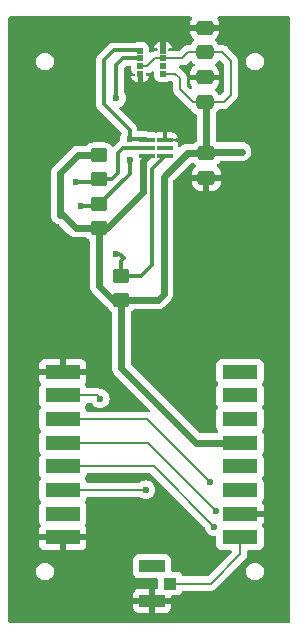
<source format=gbr>
%TF.GenerationSoftware,KiCad,Pcbnew,8.0.1*%
%TF.CreationDate,2024-03-27T22:20:37-06:00*%
%TF.ProjectId,weather-station-receiver,77656174-6865-4722-9d73-746174696f6e,rev?*%
%TF.SameCoordinates,Original*%
%TF.FileFunction,Copper,L1,Top*%
%TF.FilePolarity,Positive*%
%FSLAX46Y46*%
G04 Gerber Fmt 4.6, Leading zero omitted, Abs format (unit mm)*
G04 Created by KiCad (PCBNEW 8.0.1) date 2024-03-27 22:20:37*
%MOMM*%
%LPD*%
G01*
G04 APERTURE LIST*
G04 Aperture macros list*
%AMRoundRect*
0 Rectangle with rounded corners*
0 $1 Rounding radius*
0 $2 $3 $4 $5 $6 $7 $8 $9 X,Y pos of 4 corners*
0 Add a 4 corners polygon primitive as box body*
4,1,4,$2,$3,$4,$5,$6,$7,$8,$9,$2,$3,0*
0 Add four circle primitives for the rounded corners*
1,1,$1+$1,$2,$3*
1,1,$1+$1,$4,$5*
1,1,$1+$1,$6,$7*
1,1,$1+$1,$8,$9*
0 Add four rect primitives between the rounded corners*
20,1,$1+$1,$2,$3,$4,$5,0*
20,1,$1+$1,$4,$5,$6,$7,0*
20,1,$1+$1,$6,$7,$8,$9,0*
20,1,$1+$1,$8,$9,$2,$3,0*%
G04 Aperture macros list end*
%TA.AperFunction,SMDPad,CuDef*%
%ADD10RoundRect,0.250000X0.450000X-0.350000X0.450000X0.350000X-0.450000X0.350000X-0.450000X-0.350000X0*%
%TD*%
%TA.AperFunction,SMDPad,CuDef*%
%ADD11RoundRect,0.250000X-0.450000X0.350000X-0.450000X-0.350000X0.450000X-0.350000X0.450000X0.350000X0*%
%TD*%
%TA.AperFunction,SMDPad,CuDef*%
%ADD12RoundRect,0.250000X0.475000X-0.337500X0.475000X0.337500X-0.475000X0.337500X-0.475000X-0.337500X0*%
%TD*%
%TA.AperFunction,SMDPad,CuDef*%
%ADD13RoundRect,0.250000X-0.475000X0.337500X-0.475000X-0.337500X0.475000X-0.337500X0.475000X0.337500X0*%
%TD*%
%TA.AperFunction,SMDPad,CuDef*%
%ADD14R,3.000000X1.200000*%
%TD*%
%TA.AperFunction,SMDPad,CuDef*%
%ADD15RoundRect,0.025600X-0.594400X-0.134400X0.594400X-0.134400X0.594400X0.134400X-0.594400X0.134400X0*%
%TD*%
%TA.AperFunction,SMDPad,CuDef*%
%ADD16RoundRect,0.027000X0.218000X0.198000X-0.218000X0.198000X-0.218000X-0.198000X0.218000X-0.198000X0*%
%TD*%
%TA.AperFunction,SMDPad,CuDef*%
%ADD17R,1.050000X1.000000*%
%TD*%
%TA.AperFunction,SMDPad,CuDef*%
%ADD18R,2.200000X1.050000*%
%TD*%
%TA.AperFunction,ViaPad*%
%ADD19C,0.600000*%
%TD*%
%TA.AperFunction,Conductor*%
%ADD20C,0.200000*%
%TD*%
%TA.AperFunction,Conductor*%
%ADD21C,0.600000*%
%TD*%
%TA.AperFunction,Conductor*%
%ADD22C,0.300000*%
%TD*%
G04 APERTURE END LIST*
D10*
%TO.P,R3,1*%
%TO.N,+3.3V*%
X157429200Y-94437200D03*
%TO.P,R3,2*%
%TO.N,/APDS_INTR*%
X157429200Y-92437200D03*
%TD*%
%TO.P,R2,1*%
%TO.N,+3.3V*%
X155549600Y-88360000D03*
%TO.P,R2,2*%
%TO.N,/I2C0_SCL*%
X155549600Y-86360000D03*
%TD*%
D11*
%TO.P,R1,1*%
%TO.N,+3.3V*%
X155549600Y-82226400D03*
%TO.P,R1,2*%
%TO.N,/I2C0_SDA*%
X155549600Y-84226400D03*
%TD*%
D12*
%TO.P,C3,1*%
%TO.N,+3.3V*%
X164490400Y-77694700D03*
%TO.P,C3,2*%
%TO.N,GND*%
X164490400Y-75619700D03*
%TD*%
D13*
%TO.P,C2,1*%
%TO.N,+3.3V*%
X164642800Y-82049800D03*
%TO.P,C2,2*%
%TO.N,GND*%
X164642800Y-84124800D03*
%TD*%
D12*
%TO.P,C1,1*%
%TO.N,+3.3V*%
X164490400Y-73478300D03*
%TO.P,C1,2*%
%TO.N,GND*%
X164490400Y-71403300D03*
%TD*%
D14*
%TO.P,U1,1,GND*%
%TO.N,GND*%
X152491000Y-100543600D03*
%TO.P,U1,2,MISO*%
%TO.N,/SPI0_MISO*%
X152491000Y-102543600D03*
%TO.P,U1,3,MOSI*%
%TO.N,/SPI0_MOSI*%
X152491000Y-104543600D03*
%TO.P,U1,4,SCK*%
%TO.N,/SPI0_CLK*%
X152491000Y-106543600D03*
%TO.P,U1,5,NSS*%
%TO.N,/RFM69_CS*%
X152491000Y-108543600D03*
%TO.P,U1,6,RESET*%
%TO.N,/RFM69_RESET*%
X152491000Y-110543600D03*
%TO.P,U1,7,DIO5*%
%TO.N,unconnected-(U1-DIO5-Pad7)*%
X152491000Y-112543600D03*
%TO.P,U1,8,GND__1*%
%TO.N,GND*%
X152491000Y-114543600D03*
%TO.P,U1,9,ANT*%
%TO.N,Net-(J1-SIG)*%
X167491000Y-114543600D03*
%TO.P,U1,10,GND__2*%
%TO.N,GND*%
X167491000Y-112543600D03*
%TO.P,U1,11,DIO3*%
%TO.N,unconnected-(U1-DIO3-Pad11)*%
X167491000Y-110543600D03*
%TO.P,U1,12,DIO4*%
%TO.N,unconnected-(U1-DIO4-Pad12)*%
X167491000Y-108543600D03*
%TO.P,U1,13,3.3V*%
%TO.N,+3.3V*%
X167491000Y-106543600D03*
%TO.P,U1,14,DIO0*%
%TO.N,/RFM69_INTR*%
X167491000Y-104543600D03*
%TO.P,U1,15,DIO1*%
%TO.N,unconnected-(U1-DIO1-Pad15)*%
X167491000Y-102543600D03*
%TO.P,U1,16,DIO2*%
%TO.N,unconnected-(U1-DIO2-Pad16)*%
X167491000Y-100543600D03*
%TD*%
D15*
%TO.P,U3,1,SCL*%
%TO.N,/I2C0_SCL*%
X159647600Y-80934800D03*
%TO.P,U3,2,SDA*%
%TO.N,/I2C0_SDA*%
X159647600Y-81584800D03*
%TO.P,U3,3,VDD*%
%TO.N,+3.3V*%
X159647600Y-82234800D03*
%TO.P,U3,4,INT*%
%TO.N,/APDS_INTR*%
X161137600Y-82234800D03*
%TO.P,U3,5*%
%TO.N,N/C*%
X161137600Y-81584800D03*
%TO.P,U3,6,GND*%
%TO.N,GND*%
X161137600Y-80934800D03*
%TD*%
D16*
%TO.P,U4,1,GND*%
%TO.N,GND*%
X159035900Y-75295400D03*
%TO.P,U4,2,CSB*%
%TO.N,+3.3V*%
X159035900Y-74645400D03*
%TO.P,U4,3,SDI*%
%TO.N,/I2C0_SDA*%
X159035900Y-73995400D03*
%TO.P,U4,4,SCK*%
%TO.N,/I2C0_SCL*%
X159035900Y-73345400D03*
%TO.P,U4,5,SDO*%
%TO.N,GND*%
X160975900Y-73345400D03*
%TO.P,U4,6,VDDIO*%
%TO.N,+3.3V*%
X160975900Y-73995400D03*
%TO.P,U4,7,GND__1*%
%TO.N,GND*%
X160975900Y-74645400D03*
%TO.P,U4,8,VDD*%
%TO.N,+3.3V*%
X160975900Y-75295400D03*
%TD*%
D17*
%TO.P,J1,1,SIG*%
%TO.N,Net-(J1-SIG)*%
X161584800Y-118465600D03*
D18*
%TO.P,J1,2,GND*%
%TO.N,GND*%
X160059800Y-119940600D03*
%TO.P,J1,3*%
%TO.N,N/C*%
X160059800Y-116990600D03*
%TD*%
D19*
%TO.N,/APDS_INTR*%
X157022800Y-90576400D03*
%TO.N,/I2C0_SDA*%
X157022800Y-77368400D03*
%TO.N,/I2C0_SCL*%
X158140400Y-80834800D03*
X158140400Y-82600800D03*
X154025600Y-86461600D03*
%TO.N,/I2C0_SDA*%
X153568400Y-84429600D03*
%TO.N,+3.3V*%
X167640000Y-81889600D03*
%TO.N,/SPI0_MOSI*%
X164947600Y-109880400D03*
%TO.N,/RFM69_RESET*%
X159512000Y-110540800D03*
%TO.N,/RFM69_CS*%
X165303200Y-113639600D03*
%TO.N,/SPI0_MISO*%
X155651200Y-102819200D03*
%TO.N,/SPI0_CLK*%
X165490998Y-112318800D03*
%TD*%
D20*
%TO.N,+3.3V*%
X159654600Y-74645400D02*
X160304600Y-73995400D01*
X159035900Y-74645400D02*
X159654600Y-74645400D01*
X160304600Y-73995400D02*
X160975900Y-73995400D01*
X166700000Y-77100000D02*
X166105300Y-77694700D01*
X166105300Y-77694700D02*
X164490400Y-77694700D01*
X166700000Y-74200000D02*
X166700000Y-77100000D01*
X165978300Y-73478300D02*
X166700000Y-74200000D01*
X164490400Y-73478300D02*
X165978300Y-73478300D01*
X162400000Y-76600000D02*
X163494700Y-77694700D01*
X163494700Y-77694700D02*
X164490400Y-77694700D01*
X161995400Y-75295400D02*
X162400000Y-75700000D01*
X160975900Y-75295400D02*
X161995400Y-75295400D01*
X162400000Y-75700000D02*
X162400000Y-76600000D01*
X163121700Y-73478300D02*
X164490400Y-73478300D01*
X162604600Y-73995400D02*
X163121700Y-73478300D01*
X160975900Y-73995400D02*
X162604600Y-73995400D01*
%TO.N,GND*%
X162765200Y-80934800D02*
X162900000Y-80800000D01*
X161137600Y-80934800D02*
X162765200Y-80934800D01*
D21*
%TO.N,+3.3V*%
X159270000Y-82722400D02*
X159647600Y-82344800D01*
X159270000Y-85339600D02*
X159270000Y-82722400D01*
X156249600Y-88360000D02*
X159270000Y-85339600D01*
X155549600Y-88360000D02*
X156249600Y-88360000D01*
D22*
%TO.N,/APDS_INTR*%
X157429200Y-91135200D02*
X157429200Y-92437200D01*
X157022800Y-90576400D02*
X157276800Y-90576400D01*
X157276800Y-90576400D02*
X157632400Y-90932000D01*
X157632400Y-90932000D02*
X157429200Y-91135200D01*
X159073600Y-92437200D02*
X157429200Y-92437200D01*
X160020000Y-91490800D02*
X159073600Y-92437200D01*
X160020000Y-83352400D02*
X160020000Y-91490800D01*
X161137600Y-82234800D02*
X160020000Y-83352400D01*
%TO.N,/I2C0_SDA*%
X157576000Y-73970400D02*
X159035900Y-73970400D01*
X157022800Y-74523600D02*
X157576000Y-73970400D01*
X157022800Y-77368400D02*
X157022800Y-74523600D01*
%TO.N,/I2C0_SCL*%
X156803600Y-73320400D02*
X159035900Y-73320400D01*
X155956000Y-74168000D02*
X156803600Y-73320400D01*
X155956000Y-77876400D02*
X155956000Y-74168000D01*
X158140400Y-80060800D02*
X155956000Y-77876400D01*
X158140400Y-80834800D02*
X158140400Y-80060800D01*
X159547600Y-80834800D02*
X159647600Y-80934800D01*
X158140400Y-80834800D02*
X159547600Y-80834800D01*
X158140400Y-83769200D02*
X158140400Y-82600800D01*
X155549600Y-86360000D02*
X158140400Y-83769200D01*
X155448000Y-86461600D02*
X155549600Y-86360000D01*
X154025600Y-86461600D02*
X155448000Y-86461600D01*
%TO.N,/I2C0_SDA*%
X157581600Y-81584800D02*
X159647600Y-81584800D01*
X157175200Y-83667600D02*
X157175200Y-81991200D01*
X157175200Y-81991200D02*
X157581600Y-81584800D01*
X155549600Y-84226400D02*
X156616400Y-84226400D01*
X156616400Y-84226400D02*
X157175200Y-83667600D01*
X155346400Y-84429600D02*
X155549600Y-84226400D01*
X153568400Y-84429600D02*
X155346400Y-84429600D01*
D21*
%TO.N,+3.3V*%
X152247600Y-87274400D02*
X152501600Y-87274400D01*
X152247600Y-83718400D02*
X152247600Y-87274400D01*
X152501600Y-87274400D02*
X153587200Y-88360000D01*
X153739600Y-82226400D02*
X152247600Y-83718400D01*
X155549600Y-82226400D02*
X153739600Y-82226400D01*
X153587200Y-88360000D02*
X155549600Y-88360000D01*
X156729200Y-94437200D02*
X157429200Y-94437200D01*
X155549600Y-93257600D02*
X156729200Y-94437200D01*
X155549600Y-88360000D02*
X155549600Y-93257600D01*
X163795200Y-106543600D02*
X167491000Y-106543600D01*
X157429200Y-100177600D02*
X163795200Y-106543600D01*
X157429200Y-94437200D02*
X157429200Y-100177600D01*
X161036000Y-93929200D02*
X160528000Y-94437200D01*
X161036000Y-84023200D02*
X161036000Y-93929200D01*
X160528000Y-94437200D02*
X157429200Y-94437200D01*
X163009400Y-82049800D02*
X161036000Y-84023200D01*
X164642800Y-82049800D02*
X163009400Y-82049800D01*
X164642800Y-77847100D02*
X164490400Y-77694700D01*
X164642800Y-82049800D02*
X164642800Y-77847100D01*
X164803000Y-81889600D02*
X164642800Y-82049800D01*
X167640000Y-81889600D02*
X164803000Y-81889600D01*
D20*
%TO.N,Net-(J1-SIG)*%
X164998400Y-118465600D02*
X161584800Y-118465600D01*
X167491000Y-115973000D02*
X164998400Y-118465600D01*
X167491000Y-114543600D02*
X167491000Y-115973000D01*
%TO.N,/SPI0_MOSI*%
X159610800Y-104543600D02*
X164947600Y-109880400D01*
X152491000Y-104543600D02*
X159610800Y-104543600D01*
%TO.N,/RFM69_RESET*%
X152491000Y-110543600D02*
X159509200Y-110543600D01*
X159509200Y-110543600D02*
X159512000Y-110540800D01*
%TO.N,/RFM69_CS*%
X152491000Y-108543600D02*
X160207200Y-108543600D01*
X160207200Y-108543600D02*
X165303200Y-113639600D01*
%TO.N,/SPI0_MISO*%
X155375600Y-102543600D02*
X155651200Y-102819200D01*
X152491000Y-102543600D02*
X155375600Y-102543600D01*
%TO.N,/SPI0_CLK*%
X159715798Y-106543600D02*
X165490998Y-112318800D01*
X152491000Y-106543600D02*
X159715798Y-106543600D01*
%TD*%
%TA.AperFunction,Conductor*%
%TO.N,GND*%
G36*
X158233439Y-74640585D02*
G01*
X158279194Y-74693389D01*
X158290400Y-74744899D01*
X158290400Y-74884688D01*
X158299169Y-74957715D01*
X158299169Y-74987280D01*
X158290900Y-75056144D01*
X158290900Y-75070400D01*
X158301071Y-75080571D01*
X158333471Y-75090085D01*
X158365236Y-75119475D01*
X158441394Y-75219905D01*
X158543845Y-75297596D01*
X158585369Y-75353789D01*
X158589920Y-75423510D01*
X158556055Y-75484624D01*
X158494525Y-75517728D01*
X158468920Y-75520400D01*
X158290901Y-75520400D01*
X158290901Y-75534654D01*
X158301069Y-75619345D01*
X158354217Y-75754119D01*
X158441750Y-75869549D01*
X158557180Y-75957082D01*
X158691953Y-76010230D01*
X158776645Y-76020399D01*
X158810900Y-76020399D01*
X158810900Y-75494899D01*
X158830585Y-75427860D01*
X158883389Y-75382105D01*
X158934896Y-75370899D01*
X159136901Y-75370899D01*
X159203939Y-75390584D01*
X159249694Y-75443388D01*
X159260900Y-75494899D01*
X159260900Y-76020399D01*
X159295155Y-76020399D01*
X159379845Y-76010230D01*
X159514619Y-75957082D01*
X159630049Y-75869549D01*
X159717582Y-75754119D01*
X159770730Y-75619346D01*
X159780900Y-75534654D01*
X159780900Y-75520400D01*
X159602880Y-75520400D01*
X159535841Y-75500715D01*
X159490086Y-75447911D01*
X159480142Y-75378753D01*
X159509167Y-75315197D01*
X159527953Y-75297597D01*
X159562898Y-75271097D01*
X159628207Y-75246274D01*
X159637823Y-75245901D01*
X159733654Y-75245901D01*
X159733657Y-75245901D01*
X159886385Y-75204977D01*
X159939867Y-75174099D01*
X160023316Y-75125920D01*
X160023322Y-75125913D01*
X160029761Y-75120974D01*
X160031665Y-75123456D01*
X160079989Y-75097042D01*
X160149683Y-75101996D01*
X160205635Y-75143843D01*
X160230080Y-75209297D01*
X160230400Y-75218197D01*
X160230400Y-75534688D01*
X160230401Y-75534694D01*
X160240565Y-75619346D01*
X160240580Y-75619466D01*
X160240581Y-75619470D01*
X160293775Y-75754361D01*
X160293775Y-75754362D01*
X160381394Y-75869905D01*
X160496937Y-75957524D01*
X160596941Y-75996960D01*
X160631833Y-76010720D01*
X160716605Y-76020900D01*
X161235194Y-76020899D01*
X161319967Y-76010720D01*
X161454864Y-75957523D01*
X161502899Y-75921097D01*
X161568211Y-75896273D01*
X161577825Y-75895900D01*
X161675500Y-75895900D01*
X161742539Y-75915585D01*
X161788294Y-75968389D01*
X161799500Y-76019900D01*
X161799500Y-76513330D01*
X161799499Y-76513348D01*
X161799499Y-76679054D01*
X161799498Y-76679054D01*
X161822391Y-76764489D01*
X161840423Y-76831785D01*
X161860257Y-76866138D01*
X161873192Y-76888542D01*
X161919479Y-76968714D01*
X161919481Y-76968717D01*
X162038349Y-77087585D01*
X162038354Y-77087589D01*
X163125984Y-78175220D01*
X163262916Y-78254277D01*
X163262917Y-78254277D01*
X163265877Y-78255986D01*
X163314093Y-78306553D01*
X163321583Y-78324367D01*
X163330585Y-78351532D01*
X163330586Y-78351534D01*
X163422688Y-78500856D01*
X163546744Y-78624912D01*
X163696066Y-78717014D01*
X163757305Y-78737306D01*
X163814748Y-78777077D01*
X163841572Y-78841592D01*
X163842300Y-78855011D01*
X163842300Y-80962081D01*
X163822615Y-81029120D01*
X163783397Y-81067619D01*
X163699147Y-81119585D01*
X163699143Y-81119588D01*
X163605751Y-81212981D01*
X163544428Y-81246466D01*
X163518070Y-81249300D01*
X162930555Y-81249300D01*
X162775910Y-81280061D01*
X162775898Y-81280064D01*
X162630227Y-81340402D01*
X162630214Y-81340409D01*
X162499111Y-81428010D01*
X162499106Y-81428014D01*
X162466333Y-81460787D01*
X162405009Y-81494272D01*
X162335318Y-81489286D01*
X162279385Y-81447414D01*
X162255538Y-81387889D01*
X162247947Y-81324667D01*
X162240036Y-81304607D01*
X162233753Y-81235025D01*
X162240038Y-81213621D01*
X162247456Y-81194812D01*
X162257600Y-81110344D01*
X162257600Y-81094800D01*
X162175455Y-81094800D01*
X162108416Y-81075115D01*
X162100529Y-81069603D01*
X162005584Y-80997603D01*
X161964061Y-80941411D01*
X161959510Y-80871689D01*
X161993375Y-80810576D01*
X162054905Y-80777472D01*
X162080510Y-80774800D01*
X162257600Y-80774800D01*
X162257600Y-80759255D01*
X162247456Y-80674788D01*
X162247455Y-80674786D01*
X162194452Y-80540376D01*
X162107148Y-80425251D01*
X161992023Y-80337947D01*
X161857613Y-80284944D01*
X161857611Y-80284943D01*
X161773144Y-80274800D01*
X161297600Y-80274800D01*
X161297600Y-80800300D01*
X161277915Y-80867339D01*
X161225111Y-80913094D01*
X161173600Y-80924300D01*
X161101600Y-80924300D01*
X161034561Y-80904615D01*
X160988806Y-80851811D01*
X160977600Y-80800300D01*
X160977600Y-80274800D01*
X160502063Y-80274800D01*
X160409693Y-80285892D01*
X160409384Y-80283321D01*
X160375877Y-80283316D01*
X160375627Y-80285401D01*
X160367733Y-80284453D01*
X160283187Y-80274300D01*
X160283181Y-80274300D01*
X159916656Y-80274300D01*
X159861435Y-80260468D01*
X159861354Y-80260666D01*
X159860024Y-80260115D01*
X159858207Y-80259660D01*
X159855732Y-80258337D01*
X159737344Y-80209299D01*
X159737338Y-80209297D01*
X159611671Y-80184300D01*
X159611669Y-80184300D01*
X158914900Y-80184300D01*
X158847861Y-80164615D01*
X158802106Y-80111811D01*
X158790900Y-80060300D01*
X158790900Y-79996728D01*
X158765902Y-79871061D01*
X158765901Y-79871060D01*
X158765901Y-79871056D01*
X158716865Y-79752673D01*
X158645677Y-79646131D01*
X158645675Y-79646129D01*
X158645673Y-79646126D01*
X158645672Y-79646125D01*
X157305492Y-78305946D01*
X157272007Y-78244623D01*
X157276991Y-78174931D01*
X157318863Y-78118998D01*
X157352221Y-78101223D01*
X157372319Y-78094190D01*
X157372318Y-78094190D01*
X157372322Y-78094189D01*
X157525062Y-77998216D01*
X157652616Y-77870662D01*
X157748589Y-77717922D01*
X157808168Y-77547655D01*
X157817062Y-77468718D01*
X157828365Y-77368403D01*
X157828365Y-77368396D01*
X157808169Y-77189150D01*
X157808166Y-77189137D01*
X157748590Y-77018881D01*
X157748589Y-77018878D01*
X157717069Y-76968714D01*
X157692306Y-76929303D01*
X157673300Y-76863331D01*
X157673300Y-74844408D01*
X157692985Y-74777369D01*
X157709619Y-74756727D01*
X157809127Y-74657219D01*
X157870450Y-74623734D01*
X157896808Y-74620900D01*
X158166400Y-74620900D01*
X158233439Y-74640585D01*
G37*
%TD.AperFunction*%
%TA.AperFunction,Conductor*%
G36*
X165804640Y-74154583D02*
G01*
X165812868Y-74162103D01*
X166063181Y-74412416D01*
X166096666Y-74473739D01*
X166099500Y-74500097D01*
X166099500Y-76799902D01*
X166079815Y-76866941D01*
X166063181Y-76887583D01*
X165892884Y-77057881D01*
X165831561Y-77091366D01*
X165805203Y-77094200D01*
X165754168Y-77094200D01*
X165687129Y-77074515D01*
X165648629Y-77035297D01*
X165639775Y-77020942D01*
X165558112Y-76888544D01*
X165434056Y-76764488D01*
X165430742Y-76762443D01*
X165428946Y-76760448D01*
X165428389Y-76760007D01*
X165428464Y-76759911D01*
X165384018Y-76710497D01*
X165372797Y-76641534D01*
X165400640Y-76577452D01*
X165430748Y-76551365D01*
X165433742Y-76549518D01*
X165557715Y-76425545D01*
X165649756Y-76276324D01*
X165649758Y-76276319D01*
X165704905Y-76109897D01*
X165704906Y-76109890D01*
X165715399Y-76007186D01*
X165715400Y-76007173D01*
X165715400Y-75869700D01*
X163265401Y-75869700D01*
X163265401Y-76007186D01*
X163275894Y-76109897D01*
X163331041Y-76276319D01*
X163331043Y-76276324D01*
X163426795Y-76431561D01*
X163445235Y-76498953D01*
X163424313Y-76565617D01*
X163370671Y-76610387D01*
X163301340Y-76619048D01*
X163238332Y-76588852D01*
X163233575Y-76584339D01*
X163036819Y-76387583D01*
X163003334Y-76326260D01*
X163000500Y-76299902D01*
X163000500Y-75789060D01*
X163000501Y-75789047D01*
X163000501Y-75620945D01*
X163000501Y-75620943D01*
X162959577Y-75468215D01*
X162930639Y-75418095D01*
X162880520Y-75331284D01*
X162768716Y-75219480D01*
X162768715Y-75219479D01*
X162764385Y-75215149D01*
X162764374Y-75215139D01*
X162482990Y-74933755D01*
X162482988Y-74933752D01*
X162358369Y-74809133D01*
X162360387Y-74807114D01*
X162327333Y-74761831D01*
X162323188Y-74692084D01*
X162357409Y-74631169D01*
X162419131Y-74598425D01*
X162444028Y-74595900D01*
X162517931Y-74595900D01*
X162517947Y-74595901D01*
X162525543Y-74595901D01*
X162683654Y-74595901D01*
X162683657Y-74595901D01*
X162836385Y-74554977D01*
X162886504Y-74526039D01*
X162973316Y-74475920D01*
X163085120Y-74364116D01*
X163085120Y-74364114D01*
X163095328Y-74353907D01*
X163095330Y-74353904D01*
X163213407Y-74235826D01*
X163274728Y-74202343D01*
X163344420Y-74207327D01*
X163400353Y-74249199D01*
X163406625Y-74258414D01*
X163422684Y-74284451D01*
X163422688Y-74284456D01*
X163546744Y-74408512D01*
X163603881Y-74443754D01*
X163650606Y-74495702D01*
X163661829Y-74564664D01*
X163633986Y-74628746D01*
X163603883Y-74654831D01*
X163547056Y-74689882D01*
X163423084Y-74813854D01*
X163331043Y-74963075D01*
X163331041Y-74963080D01*
X163275894Y-75129502D01*
X163275893Y-75129509D01*
X163265400Y-75232213D01*
X163265400Y-75369700D01*
X165715399Y-75369700D01*
X165715399Y-75232228D01*
X165715398Y-75232213D01*
X165704905Y-75129502D01*
X165649758Y-74963080D01*
X165649756Y-74963075D01*
X165557715Y-74813854D01*
X165433744Y-74689883D01*
X165433740Y-74689880D01*
X165376917Y-74654831D01*
X165330192Y-74602883D01*
X165318971Y-74533921D01*
X165346814Y-74469839D01*
X165376914Y-74443757D01*
X165434056Y-74408512D01*
X165558112Y-74284456D01*
X165619650Y-74184685D01*
X165671595Y-74137963D01*
X165740557Y-74126740D01*
X165804640Y-74154583D01*
G37*
%TD.AperFunction*%
%TA.AperFunction,Conductor*%
G36*
X163357604Y-70471785D02*
G01*
X163403359Y-70524589D01*
X163413303Y-70593747D01*
X163396104Y-70641197D01*
X163331043Y-70746675D01*
X163331041Y-70746680D01*
X163275894Y-70913102D01*
X163275893Y-70913109D01*
X163265400Y-71015813D01*
X163265400Y-71153300D01*
X165715399Y-71153300D01*
X165715399Y-71015828D01*
X165715398Y-71015813D01*
X165704905Y-70913102D01*
X165649758Y-70746680D01*
X165649756Y-70746675D01*
X165584696Y-70641197D01*
X165566256Y-70573805D01*
X165587178Y-70507141D01*
X165640820Y-70462371D01*
X165690235Y-70452100D01*
X171638300Y-70452100D01*
X171705339Y-70471785D01*
X171751094Y-70524589D01*
X171762300Y-70576100D01*
X171762300Y-121651100D01*
X171742615Y-121718139D01*
X171689811Y-121763894D01*
X171638300Y-121775100D01*
X147995300Y-121775100D01*
X147928261Y-121755415D01*
X147882506Y-121702611D01*
X147871300Y-121651100D01*
X147871300Y-120190600D01*
X158459800Y-120190600D01*
X158459800Y-120513444D01*
X158466201Y-120572972D01*
X158466203Y-120572979D01*
X158516445Y-120707686D01*
X158516449Y-120707693D01*
X158602609Y-120822787D01*
X158602612Y-120822790D01*
X158717706Y-120908950D01*
X158717713Y-120908954D01*
X158852420Y-120959196D01*
X158852427Y-120959198D01*
X158911955Y-120965599D01*
X158911972Y-120965600D01*
X159809800Y-120965600D01*
X159809800Y-120190600D01*
X160309800Y-120190600D01*
X160309800Y-120965600D01*
X161207628Y-120965600D01*
X161207644Y-120965599D01*
X161267172Y-120959198D01*
X161267179Y-120959196D01*
X161401886Y-120908954D01*
X161401893Y-120908950D01*
X161516987Y-120822790D01*
X161516990Y-120822787D01*
X161603150Y-120707693D01*
X161603154Y-120707686D01*
X161653396Y-120572979D01*
X161653398Y-120572972D01*
X161659799Y-120513444D01*
X161659800Y-120513427D01*
X161659800Y-120190600D01*
X160309800Y-120190600D01*
X159809800Y-120190600D01*
X158459800Y-120190600D01*
X147871300Y-120190600D01*
X147871300Y-119690600D01*
X158459800Y-119690600D01*
X159809800Y-119690600D01*
X159809800Y-118915600D01*
X158911955Y-118915600D01*
X158852427Y-118922001D01*
X158852420Y-118922003D01*
X158717713Y-118972245D01*
X158717706Y-118972249D01*
X158602612Y-119058409D01*
X158602609Y-119058412D01*
X158516449Y-119173506D01*
X158516445Y-119173513D01*
X158466203Y-119308220D01*
X158466201Y-119308227D01*
X158459800Y-119367755D01*
X158459800Y-119690600D01*
X147871300Y-119690600D01*
X147871300Y-117524507D01*
X150219400Y-117524507D01*
X150248623Y-117671422D01*
X150248625Y-117671430D01*
X150305951Y-117809829D01*
X150305956Y-117809838D01*
X150389180Y-117934390D01*
X150389183Y-117934394D01*
X150495105Y-118040316D01*
X150495109Y-118040319D01*
X150619661Y-118123543D01*
X150619667Y-118123546D01*
X150619668Y-118123547D01*
X150758070Y-118180875D01*
X150904992Y-118210099D01*
X150904996Y-118210100D01*
X150904997Y-118210100D01*
X151054804Y-118210100D01*
X151054805Y-118210099D01*
X151201730Y-118180875D01*
X151340132Y-118123547D01*
X151464691Y-118040319D01*
X151570619Y-117934391D01*
X151653847Y-117809832D01*
X151711175Y-117671430D01*
X151740400Y-117524503D01*
X151740400Y-117374697D01*
X151711175Y-117227770D01*
X151653847Y-117089368D01*
X151653846Y-117089367D01*
X151653843Y-117089361D01*
X151570619Y-116964809D01*
X151570616Y-116964805D01*
X151464694Y-116858883D01*
X151464690Y-116858880D01*
X151340138Y-116775656D01*
X151340129Y-116775651D01*
X151201730Y-116718325D01*
X151201722Y-116718323D01*
X151054807Y-116689100D01*
X151054803Y-116689100D01*
X150904997Y-116689100D01*
X150904992Y-116689100D01*
X150758077Y-116718323D01*
X150758069Y-116718325D01*
X150619670Y-116775651D01*
X150619661Y-116775656D01*
X150495109Y-116858880D01*
X150495105Y-116858883D01*
X150389183Y-116964805D01*
X150389180Y-116964809D01*
X150305956Y-117089361D01*
X150305951Y-117089370D01*
X150248625Y-117227769D01*
X150248623Y-117227777D01*
X150219400Y-117374692D01*
X150219400Y-117524507D01*
X147871300Y-117524507D01*
X147871300Y-114793600D01*
X150491000Y-114793600D01*
X150491000Y-115191444D01*
X150497401Y-115250972D01*
X150497403Y-115250979D01*
X150547645Y-115385686D01*
X150547649Y-115385693D01*
X150633809Y-115500787D01*
X150633812Y-115500790D01*
X150748906Y-115586950D01*
X150748913Y-115586954D01*
X150883620Y-115637196D01*
X150883627Y-115637198D01*
X150943155Y-115643599D01*
X150943172Y-115643600D01*
X152241000Y-115643600D01*
X152241000Y-114793600D01*
X152741000Y-114793600D01*
X152741000Y-115643600D01*
X154038828Y-115643600D01*
X154038844Y-115643599D01*
X154098372Y-115637198D01*
X154098379Y-115637196D01*
X154233086Y-115586954D01*
X154233093Y-115586950D01*
X154348187Y-115500790D01*
X154348190Y-115500787D01*
X154434350Y-115385693D01*
X154434354Y-115385686D01*
X154484596Y-115250979D01*
X154484598Y-115250972D01*
X154490999Y-115191444D01*
X154491000Y-115191427D01*
X154491000Y-114793600D01*
X152741000Y-114793600D01*
X152241000Y-114793600D01*
X150491000Y-114793600D01*
X147871300Y-114793600D01*
X147871300Y-113191470D01*
X150490500Y-113191470D01*
X150490501Y-113191476D01*
X150496908Y-113251083D01*
X150547202Y-113385928D01*
X150547204Y-113385931D01*
X150609917Y-113469704D01*
X150634335Y-113535169D01*
X150619484Y-113603442D01*
X150609918Y-113618327D01*
X150547647Y-113701510D01*
X150547645Y-113701513D01*
X150497403Y-113836220D01*
X150497401Y-113836227D01*
X150491000Y-113895755D01*
X150491000Y-114293600D01*
X154491000Y-114293600D01*
X154491000Y-113895772D01*
X154490999Y-113895755D01*
X154484598Y-113836227D01*
X154484596Y-113836220D01*
X154434354Y-113701513D01*
X154434352Y-113701510D01*
X154372082Y-113618327D01*
X154347665Y-113552862D01*
X154362517Y-113484589D01*
X154372083Y-113469704D01*
X154391999Y-113443100D01*
X154434796Y-113385931D01*
X154485091Y-113251083D01*
X154491500Y-113191473D01*
X154491499Y-111895728D01*
X154485091Y-111836117D01*
X154434796Y-111701269D01*
X154372393Y-111617910D01*
X154347977Y-111552447D01*
X154362828Y-111484174D01*
X154372394Y-111469289D01*
X154434796Y-111385931D01*
X154485091Y-111251083D01*
X154485091Y-111251081D01*
X154486874Y-111243538D01*
X154489146Y-111244074D01*
X154511429Y-111190288D01*
X154568823Y-111150443D01*
X154607976Y-111144100D01*
X158933099Y-111144100D01*
X159000138Y-111163785D01*
X159009132Y-111170235D01*
X159009737Y-111170615D01*
X159009738Y-111170616D01*
X159042948Y-111191483D01*
X159147831Y-111257386D01*
X159162478Y-111266589D01*
X159332745Y-111326168D01*
X159332750Y-111326169D01*
X159511996Y-111346365D01*
X159512000Y-111346365D01*
X159512004Y-111346365D01*
X159691249Y-111326169D01*
X159691252Y-111326168D01*
X159691255Y-111326168D01*
X159861522Y-111266589D01*
X160014262Y-111170616D01*
X160141816Y-111043062D01*
X160237789Y-110890322D01*
X160297368Y-110720055D01*
X160308406Y-110622091D01*
X160317565Y-110540803D01*
X160317565Y-110540796D01*
X160297369Y-110361550D01*
X160297368Y-110361545D01*
X160237788Y-110191276D01*
X160198582Y-110128880D01*
X160141816Y-110038538D01*
X160014262Y-109910984D01*
X159861523Y-109815011D01*
X159691254Y-109755431D01*
X159691249Y-109755430D01*
X159512004Y-109735235D01*
X159511996Y-109735235D01*
X159332750Y-109755430D01*
X159332745Y-109755431D01*
X159162476Y-109815011D01*
X159009737Y-109910984D01*
X159004295Y-109915325D01*
X159002474Y-109913042D01*
X158952618Y-109940266D01*
X158926260Y-109943100D01*
X154607977Y-109943100D01*
X154540938Y-109923415D01*
X154495183Y-109870611D01*
X154487733Y-109843465D01*
X154486876Y-109843668D01*
X154485092Y-109836120D01*
X154434797Y-109701271D01*
X154434796Y-109701269D01*
X154372394Y-109617911D01*
X154347977Y-109552447D01*
X154362828Y-109484174D01*
X154372394Y-109469289D01*
X154434796Y-109385931D01*
X154485091Y-109251083D01*
X154485091Y-109251081D01*
X154486874Y-109243538D01*
X154489146Y-109244074D01*
X154511429Y-109190288D01*
X154568823Y-109150443D01*
X154607976Y-109144100D01*
X159907103Y-109144100D01*
X159974142Y-109163785D01*
X159994784Y-109180419D01*
X164472498Y-113658133D01*
X164505983Y-113719456D01*
X164508037Y-113731930D01*
X164517830Y-113818849D01*
X164577410Y-113989121D01*
X164577411Y-113989122D01*
X164673384Y-114141862D01*
X164800938Y-114269416D01*
X164953678Y-114365389D01*
X165115897Y-114422152D01*
X165123945Y-114424968D01*
X165123950Y-114424969D01*
X165303196Y-114445165D01*
X165303200Y-114445165D01*
X165303201Y-114445165D01*
X165316114Y-114443709D01*
X165352616Y-114439597D01*
X165421437Y-114451651D01*
X165472817Y-114499000D01*
X165490500Y-114562817D01*
X165490500Y-115191470D01*
X165490501Y-115191476D01*
X165496908Y-115251083D01*
X165547202Y-115385928D01*
X165547206Y-115385935D01*
X165633452Y-115501144D01*
X165633455Y-115501147D01*
X165748664Y-115587393D01*
X165748671Y-115587397D01*
X165883517Y-115637691D01*
X165883516Y-115637691D01*
X165890444Y-115638435D01*
X165943127Y-115644100D01*
X166671302Y-115644099D01*
X166738341Y-115663783D01*
X166784096Y-115716587D01*
X166794040Y-115785746D01*
X166765015Y-115849302D01*
X166758983Y-115855780D01*
X164785984Y-117828781D01*
X164724661Y-117862266D01*
X164698303Y-117865100D01*
X162692591Y-117865100D01*
X162625552Y-117845415D01*
X162579797Y-117792611D01*
X162576409Y-117784433D01*
X162553597Y-117723271D01*
X162553593Y-117723264D01*
X162467347Y-117608055D01*
X162467344Y-117608052D01*
X162352135Y-117521806D01*
X162352128Y-117521802D01*
X162217282Y-117471508D01*
X162217283Y-117471508D01*
X162157683Y-117465101D01*
X162157681Y-117465100D01*
X162157673Y-117465100D01*
X162157665Y-117465100D01*
X161784299Y-117465100D01*
X161717260Y-117445415D01*
X161671505Y-117392611D01*
X161660299Y-117341100D01*
X161660299Y-116417729D01*
X161660298Y-116417723D01*
X161660297Y-116417716D01*
X161653891Y-116358117D01*
X161647774Y-116341717D01*
X161603597Y-116223271D01*
X161603593Y-116223264D01*
X161517347Y-116108055D01*
X161517344Y-116108052D01*
X161402135Y-116021806D01*
X161402128Y-116021802D01*
X161267282Y-115971508D01*
X161267283Y-115971508D01*
X161207683Y-115965101D01*
X161207681Y-115965100D01*
X161207673Y-115965100D01*
X161207664Y-115965100D01*
X158911929Y-115965100D01*
X158911923Y-115965101D01*
X158852316Y-115971508D01*
X158717471Y-116021802D01*
X158717464Y-116021806D01*
X158602255Y-116108052D01*
X158602252Y-116108055D01*
X158516006Y-116223264D01*
X158516002Y-116223271D01*
X158465708Y-116358117D01*
X158459301Y-116417716D01*
X158459301Y-116417723D01*
X158459300Y-116417735D01*
X158459300Y-117563470D01*
X158459301Y-117563476D01*
X158465708Y-117623083D01*
X158516002Y-117757928D01*
X158516006Y-117757935D01*
X158602252Y-117873144D01*
X158602255Y-117873147D01*
X158717464Y-117959393D01*
X158717471Y-117959397D01*
X158852317Y-118009691D01*
X158852316Y-118009691D01*
X158859244Y-118010435D01*
X158911927Y-118016100D01*
X160435300Y-118016099D01*
X160502339Y-118035784D01*
X160548094Y-118088587D01*
X160559300Y-118140099D01*
X160559301Y-118791600D01*
X160539617Y-118858639D01*
X160486813Y-118904394D01*
X160435301Y-118915600D01*
X160309800Y-118915600D01*
X160309800Y-119690600D01*
X161659800Y-119690600D01*
X161659800Y-119590099D01*
X161679485Y-119523060D01*
X161732289Y-119477305D01*
X161783798Y-119466099D01*
X162157672Y-119466099D01*
X162217283Y-119459691D01*
X162352131Y-119409396D01*
X162467346Y-119323146D01*
X162553596Y-119207931D01*
X162576409Y-119146767D01*
X162618280Y-119090833D01*
X162683744Y-119066416D01*
X162692591Y-119066100D01*
X164911731Y-119066100D01*
X164911747Y-119066101D01*
X164919343Y-119066101D01*
X165077454Y-119066101D01*
X165077457Y-119066101D01*
X165230185Y-119025177D01*
X165280304Y-118996239D01*
X165367116Y-118946120D01*
X165478920Y-118834316D01*
X165478920Y-118834314D01*
X165489128Y-118824107D01*
X165489129Y-118824104D01*
X166788728Y-117524507D01*
X167999400Y-117524507D01*
X168028623Y-117671422D01*
X168028625Y-117671430D01*
X168085951Y-117809829D01*
X168085956Y-117809838D01*
X168169180Y-117934390D01*
X168169183Y-117934394D01*
X168275105Y-118040316D01*
X168275109Y-118040319D01*
X168399661Y-118123543D01*
X168399667Y-118123546D01*
X168399668Y-118123547D01*
X168538070Y-118180875D01*
X168684992Y-118210099D01*
X168684996Y-118210100D01*
X168684997Y-118210100D01*
X168834804Y-118210100D01*
X168834805Y-118210099D01*
X168981730Y-118180875D01*
X169120132Y-118123547D01*
X169244691Y-118040319D01*
X169350619Y-117934391D01*
X169433847Y-117809832D01*
X169491175Y-117671430D01*
X169520400Y-117524503D01*
X169520400Y-117374697D01*
X169491175Y-117227770D01*
X169433847Y-117089368D01*
X169433846Y-117089367D01*
X169433843Y-117089361D01*
X169350619Y-116964809D01*
X169350616Y-116964805D01*
X169244694Y-116858883D01*
X169244690Y-116858880D01*
X169120138Y-116775656D01*
X169120129Y-116775651D01*
X168981730Y-116718325D01*
X168981722Y-116718323D01*
X168834807Y-116689100D01*
X168834803Y-116689100D01*
X168684997Y-116689100D01*
X168684992Y-116689100D01*
X168538077Y-116718323D01*
X168538069Y-116718325D01*
X168399670Y-116775651D01*
X168399661Y-116775656D01*
X168275109Y-116858880D01*
X168275105Y-116858883D01*
X168169183Y-116964805D01*
X168169180Y-116964809D01*
X168085956Y-117089361D01*
X168085951Y-117089370D01*
X168028625Y-117227769D01*
X168028623Y-117227777D01*
X167999400Y-117374692D01*
X167999400Y-117524507D01*
X166788728Y-117524507D01*
X167971520Y-116341716D01*
X168050577Y-116204784D01*
X168091501Y-116052057D01*
X168091501Y-115893942D01*
X168091501Y-115886347D01*
X168091500Y-115886329D01*
X168091500Y-115768099D01*
X168111185Y-115701060D01*
X168163989Y-115655305D01*
X168215500Y-115644099D01*
X169038871Y-115644099D01*
X169038872Y-115644099D01*
X169098483Y-115637691D01*
X169233331Y-115587396D01*
X169348546Y-115501146D01*
X169434796Y-115385931D01*
X169485091Y-115251083D01*
X169491500Y-115191473D01*
X169491499Y-113895728D01*
X169485091Y-113836117D01*
X169478650Y-113818849D01*
X169434797Y-113701271D01*
X169434795Y-113701268D01*
X169391999Y-113644100D01*
X169372081Y-113617493D01*
X169347664Y-113552031D01*
X169362515Y-113483758D01*
X169372082Y-113468871D01*
X169434352Y-113385689D01*
X169434354Y-113385686D01*
X169484596Y-113250979D01*
X169484598Y-113250972D01*
X169490999Y-113191444D01*
X169491000Y-113191427D01*
X169491000Y-112793600D01*
X167365000Y-112793600D01*
X167297961Y-112773915D01*
X167252206Y-112721111D01*
X167241000Y-112669600D01*
X167241000Y-112417600D01*
X167260685Y-112350561D01*
X167313489Y-112304806D01*
X167365000Y-112293600D01*
X169491000Y-112293600D01*
X169491000Y-111895772D01*
X169490999Y-111895755D01*
X169484598Y-111836227D01*
X169484596Y-111836220D01*
X169434354Y-111701513D01*
X169434352Y-111701510D01*
X169372082Y-111618327D01*
X169347665Y-111552862D01*
X169362517Y-111484589D01*
X169372083Y-111469704D01*
X169372394Y-111469289D01*
X169434796Y-111385931D01*
X169485091Y-111251083D01*
X169491500Y-111191473D01*
X169491499Y-109895728D01*
X169485091Y-109836117D01*
X169454997Y-109755432D01*
X169434797Y-109701271D01*
X169434796Y-109701269D01*
X169372394Y-109617911D01*
X169347977Y-109552447D01*
X169362828Y-109484174D01*
X169372394Y-109469289D01*
X169434796Y-109385931D01*
X169485091Y-109251083D01*
X169491500Y-109191473D01*
X169491499Y-107895728D01*
X169485091Y-107836117D01*
X169468913Y-107792742D01*
X169434797Y-107701271D01*
X169434796Y-107701269D01*
X169372394Y-107617911D01*
X169347977Y-107552447D01*
X169362828Y-107484174D01*
X169372394Y-107469289D01*
X169428913Y-107393789D01*
X169434796Y-107385931D01*
X169485091Y-107251083D01*
X169491500Y-107191473D01*
X169491499Y-105895728D01*
X169485091Y-105836117D01*
X169475810Y-105811234D01*
X169434797Y-105701271D01*
X169434796Y-105701269D01*
X169372394Y-105617911D01*
X169347977Y-105552447D01*
X169362828Y-105484174D01*
X169372394Y-105469289D01*
X169434796Y-105385931D01*
X169485091Y-105251083D01*
X169491500Y-105191473D01*
X169491499Y-103895728D01*
X169485091Y-103836117D01*
X169434796Y-103701269D01*
X169372393Y-103617910D01*
X169347977Y-103552447D01*
X169362828Y-103484174D01*
X169372394Y-103469289D01*
X169434796Y-103385931D01*
X169485091Y-103251083D01*
X169491500Y-103191473D01*
X169491499Y-101895728D01*
X169485091Y-101836117D01*
X169434796Y-101701269D01*
X169372393Y-101617910D01*
X169347977Y-101552447D01*
X169362828Y-101484174D01*
X169372394Y-101469289D01*
X169387201Y-101449509D01*
X169434796Y-101385931D01*
X169485091Y-101251083D01*
X169491500Y-101191473D01*
X169491499Y-99895728D01*
X169485091Y-99836117D01*
X169479459Y-99821018D01*
X169434797Y-99701271D01*
X169434793Y-99701264D01*
X169348547Y-99586055D01*
X169348544Y-99586052D01*
X169233335Y-99499806D01*
X169233328Y-99499802D01*
X169098482Y-99449508D01*
X169098483Y-99449508D01*
X169038883Y-99443101D01*
X169038881Y-99443100D01*
X169038873Y-99443100D01*
X169038864Y-99443100D01*
X165943129Y-99443100D01*
X165943123Y-99443101D01*
X165883516Y-99449508D01*
X165748671Y-99499802D01*
X165748664Y-99499806D01*
X165633455Y-99586052D01*
X165633452Y-99586055D01*
X165547206Y-99701264D01*
X165547202Y-99701271D01*
X165496908Y-99836117D01*
X165491939Y-99882341D01*
X165490501Y-99895723D01*
X165490500Y-99895735D01*
X165490500Y-101191470D01*
X165490501Y-101191476D01*
X165496908Y-101251083D01*
X165547202Y-101385928D01*
X165547203Y-101385930D01*
X165547204Y-101385931D01*
X165590001Y-101443101D01*
X165609606Y-101469289D01*
X165634023Y-101534753D01*
X165619172Y-101603026D01*
X165609606Y-101617911D01*
X165547203Y-101701269D01*
X165547202Y-101701271D01*
X165496908Y-101836117D01*
X165493200Y-101870611D01*
X165490501Y-101895723D01*
X165490500Y-101895735D01*
X165490500Y-103191470D01*
X165490501Y-103191476D01*
X165496908Y-103251083D01*
X165547202Y-103385928D01*
X165547203Y-103385930D01*
X165547204Y-103385931D01*
X165594429Y-103449016D01*
X165609606Y-103469289D01*
X165634023Y-103534753D01*
X165619172Y-103603026D01*
X165609606Y-103617911D01*
X165547203Y-103701269D01*
X165547202Y-103701271D01*
X165496908Y-103836117D01*
X165490501Y-103895716D01*
X165490501Y-103895723D01*
X165490500Y-103895735D01*
X165490500Y-105191470D01*
X165490501Y-105191476D01*
X165496908Y-105251083D01*
X165547202Y-105385928D01*
X165547203Y-105385930D01*
X165609606Y-105469289D01*
X165634023Y-105534753D01*
X165619172Y-105603026D01*
X165609606Y-105617911D01*
X165553087Y-105693411D01*
X165497153Y-105735282D01*
X165453820Y-105743100D01*
X164178140Y-105743100D01*
X164111101Y-105723415D01*
X164090459Y-105706781D01*
X158266019Y-99882341D01*
X158232534Y-99821018D01*
X158229700Y-99794660D01*
X158229700Y-95521997D01*
X158249385Y-95454958D01*
X158288603Y-95416458D01*
X158347856Y-95379912D01*
X158453750Y-95274018D01*
X158515073Y-95240534D01*
X158541431Y-95237700D01*
X160606844Y-95237700D01*
X160606845Y-95237699D01*
X160761497Y-95206937D01*
X160907179Y-95146594D01*
X161038289Y-95058989D01*
X161657788Y-94439490D01*
X161657789Y-94439489D01*
X161745394Y-94308379D01*
X161805737Y-94162697D01*
X161826559Y-94058021D01*
X161836500Y-94008043D01*
X161836500Y-93850358D01*
X161836500Y-84406140D01*
X161845703Y-84374800D01*
X163417801Y-84374800D01*
X163417801Y-84512286D01*
X163428294Y-84614997D01*
X163483441Y-84781419D01*
X163483443Y-84781424D01*
X163575484Y-84930645D01*
X163699454Y-85054615D01*
X163848675Y-85146656D01*
X163848680Y-85146658D01*
X164015102Y-85201805D01*
X164015109Y-85201806D01*
X164117819Y-85212299D01*
X164392799Y-85212299D01*
X164392800Y-85212298D01*
X164392800Y-84374800D01*
X164892800Y-84374800D01*
X164892800Y-85212299D01*
X165167772Y-85212299D01*
X165167786Y-85212298D01*
X165270497Y-85201805D01*
X165436919Y-85146658D01*
X165436924Y-85146656D01*
X165586145Y-85054615D01*
X165710115Y-84930645D01*
X165802156Y-84781424D01*
X165802158Y-84781419D01*
X165857305Y-84614997D01*
X165857306Y-84614990D01*
X165867799Y-84512286D01*
X165867800Y-84512273D01*
X165867800Y-84374800D01*
X164892800Y-84374800D01*
X164392800Y-84374800D01*
X163417801Y-84374800D01*
X161845703Y-84374800D01*
X161856185Y-84339101D01*
X161872819Y-84318459D01*
X163304659Y-82886619D01*
X163365982Y-82853134D01*
X163392340Y-82850300D01*
X163518070Y-82850300D01*
X163585109Y-82869985D01*
X163605751Y-82886619D01*
X163699144Y-82980012D01*
X163702428Y-82982037D01*
X163702453Y-82982053D01*
X163704245Y-82984046D01*
X163704811Y-82984493D01*
X163704734Y-82984589D01*
X163749179Y-83033999D01*
X163760403Y-83102961D01*
X163732561Y-83167044D01*
X163702465Y-83193126D01*
X163699460Y-83194979D01*
X163699455Y-83194983D01*
X163575484Y-83318954D01*
X163483443Y-83468175D01*
X163483441Y-83468180D01*
X163428294Y-83634602D01*
X163428293Y-83634609D01*
X163417800Y-83737313D01*
X163417800Y-83874800D01*
X165867799Y-83874800D01*
X165867799Y-83737328D01*
X165867798Y-83737313D01*
X165857305Y-83634602D01*
X165802158Y-83468180D01*
X165802156Y-83468175D01*
X165710115Y-83318954D01*
X165586144Y-83194983D01*
X165586141Y-83194981D01*
X165583139Y-83193129D01*
X165581513Y-83191321D01*
X165580477Y-83190502D01*
X165580617Y-83190324D01*
X165536417Y-83141180D01*
X165525197Y-83072217D01*
X165553043Y-83008136D01*
X165583144Y-82982054D01*
X165586456Y-82980012D01*
X165710512Y-82855956D01*
X165776480Y-82749003D01*
X165828428Y-82702279D01*
X165882019Y-82690100D01*
X167588085Y-82690100D01*
X167601969Y-82690880D01*
X167639998Y-82695165D01*
X167640000Y-82695165D01*
X167640002Y-82695165D01*
X167678031Y-82690880D01*
X167691915Y-82690100D01*
X167718841Y-82690100D01*
X167718842Y-82690100D01*
X167758017Y-82682307D01*
X167768283Y-82680710D01*
X167819255Y-82674968D01*
X167843100Y-82666623D01*
X167859862Y-82662048D01*
X167873497Y-82659337D01*
X167922389Y-82639084D01*
X167928837Y-82636623D01*
X167989522Y-82615389D01*
X167999868Y-82608887D01*
X168018390Y-82599320D01*
X168019179Y-82598994D01*
X168073987Y-82562371D01*
X168076825Y-82560531D01*
X168142262Y-82519416D01*
X168269816Y-82391862D01*
X168310931Y-82326425D01*
X168312777Y-82323579D01*
X168349389Y-82268786D01*
X168349394Y-82268779D01*
X168349720Y-82267990D01*
X168359287Y-82249468D01*
X168365789Y-82239122D01*
X168387023Y-82178437D01*
X168389484Y-82171989D01*
X168409737Y-82123097D01*
X168412448Y-82109462D01*
X168417023Y-82092700D01*
X168425368Y-82068855D01*
X168431110Y-82017883D01*
X168432707Y-82007617D01*
X168440500Y-81968442D01*
X168440500Y-81941514D01*
X168441280Y-81927629D01*
X168445565Y-81889601D01*
X168445565Y-81889598D01*
X168441280Y-81851569D01*
X168440500Y-81837685D01*
X168440500Y-81810757D01*
X168432711Y-81771603D01*
X168431110Y-81761314D01*
X168425368Y-81710345D01*
X168417023Y-81686498D01*
X168412449Y-81669739D01*
X168409737Y-81656103D01*
X168389484Y-81607207D01*
X168387028Y-81600775D01*
X168365789Y-81540078D01*
X168359289Y-81529734D01*
X168349719Y-81511206D01*
X168349394Y-81510421D01*
X168312790Y-81455640D01*
X168310905Y-81452731D01*
X168295374Y-81428014D01*
X168269816Y-81387338D01*
X168142262Y-81259784D01*
X168142260Y-81259782D01*
X168142257Y-81259780D01*
X168076900Y-81218714D01*
X168073982Y-81216823D01*
X168019179Y-81180205D01*
X168019173Y-81180203D01*
X168018365Y-81179868D01*
X167999865Y-81170309D01*
X167989524Y-81163812D01*
X167989523Y-81163811D01*
X167989522Y-81163811D01*
X167928867Y-81142586D01*
X167922377Y-81140109D01*
X167873496Y-81119862D01*
X167859860Y-81117150D01*
X167843104Y-81112576D01*
X167819260Y-81104233D01*
X167819256Y-81104232D01*
X167819255Y-81104232D01*
X167798575Y-81101901D01*
X167768303Y-81098490D01*
X167758003Y-81096888D01*
X167718844Y-81089100D01*
X167718842Y-81089100D01*
X167691915Y-81089100D01*
X167678031Y-81088320D01*
X167640002Y-81084035D01*
X167639998Y-81084035D01*
X167601969Y-81088320D01*
X167588085Y-81089100D01*
X165572194Y-81089100D01*
X165507092Y-81070635D01*
X165502198Y-81067616D01*
X165455476Y-81015666D01*
X165443300Y-80962081D01*
X165443300Y-78667030D01*
X165462985Y-78599991D01*
X165479619Y-78579349D01*
X165558112Y-78500856D01*
X165648629Y-78354102D01*
X165700577Y-78307379D01*
X165754168Y-78295200D01*
X166018631Y-78295200D01*
X166018647Y-78295201D01*
X166026243Y-78295201D01*
X166184354Y-78295201D01*
X166184357Y-78295201D01*
X166337085Y-78254277D01*
X166387204Y-78225339D01*
X166474016Y-78175220D01*
X166585820Y-78063416D01*
X166585821Y-78063414D01*
X167180520Y-77468716D01*
X167259577Y-77331785D01*
X167300501Y-77179057D01*
X167300501Y-77020942D01*
X167300501Y-77013347D01*
X167300500Y-77013329D01*
X167300500Y-74344507D01*
X167999400Y-74344507D01*
X168028623Y-74491422D01*
X168028625Y-74491430D01*
X168085951Y-74629829D01*
X168085956Y-74629838D01*
X168169180Y-74754390D01*
X168169183Y-74754394D01*
X168275105Y-74860316D01*
X168275109Y-74860319D01*
X168399661Y-74943543D01*
X168399667Y-74943546D01*
X168399668Y-74943547D01*
X168538070Y-75000875D01*
X168684992Y-75030099D01*
X168684996Y-75030100D01*
X168684997Y-75030100D01*
X168834804Y-75030100D01*
X168834805Y-75030099D01*
X168981730Y-75000875D01*
X169120132Y-74943547D01*
X169244691Y-74860319D01*
X169350619Y-74754391D01*
X169433847Y-74629832D01*
X169491175Y-74491430D01*
X169520400Y-74344503D01*
X169520400Y-74194697D01*
X169491175Y-74047770D01*
X169433847Y-73909368D01*
X169433846Y-73909367D01*
X169433843Y-73909361D01*
X169350619Y-73784809D01*
X169350616Y-73784805D01*
X169244694Y-73678883D01*
X169244690Y-73678880D01*
X169120138Y-73595656D01*
X169120129Y-73595651D01*
X168981730Y-73538325D01*
X168981722Y-73538323D01*
X168834807Y-73509100D01*
X168834803Y-73509100D01*
X168684997Y-73509100D01*
X168684992Y-73509100D01*
X168538077Y-73538323D01*
X168538069Y-73538325D01*
X168399670Y-73595651D01*
X168399661Y-73595656D01*
X168275109Y-73678880D01*
X168275105Y-73678883D01*
X168169183Y-73784805D01*
X168169180Y-73784809D01*
X168085956Y-73909361D01*
X168085951Y-73909370D01*
X168028625Y-74047769D01*
X168028623Y-74047777D01*
X167999400Y-74194692D01*
X167999400Y-74344507D01*
X167300500Y-74344507D01*
X167300500Y-74289059D01*
X167300501Y-74289046D01*
X167300501Y-74120945D01*
X167300501Y-74120943D01*
X167259577Y-73968215D01*
X167204662Y-73873100D01*
X167180520Y-73831284D01*
X167068716Y-73719480D01*
X167068715Y-73719479D01*
X167064385Y-73715149D01*
X167064374Y-73715139D01*
X166465890Y-73116655D01*
X166465888Y-73116652D01*
X166347017Y-72997781D01*
X166347016Y-72997780D01*
X166260204Y-72947660D01*
X166260204Y-72947659D01*
X166260200Y-72947658D01*
X166210085Y-72918723D01*
X166057357Y-72877799D01*
X165899243Y-72877799D01*
X165891647Y-72877799D01*
X165891631Y-72877800D01*
X165754168Y-72877800D01*
X165687129Y-72858115D01*
X165648629Y-72818897D01*
X165558112Y-72672144D01*
X165434056Y-72548088D01*
X165430742Y-72546043D01*
X165428946Y-72544048D01*
X165428389Y-72543607D01*
X165428464Y-72543511D01*
X165384018Y-72494097D01*
X165372797Y-72425134D01*
X165400640Y-72361052D01*
X165430748Y-72334965D01*
X165433742Y-72333118D01*
X165557715Y-72209145D01*
X165649756Y-72059924D01*
X165649758Y-72059919D01*
X165704905Y-71893497D01*
X165704906Y-71893490D01*
X165715399Y-71790786D01*
X165715400Y-71790773D01*
X165715400Y-71653300D01*
X163265401Y-71653300D01*
X163265401Y-71790786D01*
X163275894Y-71893497D01*
X163331041Y-72059919D01*
X163331043Y-72059924D01*
X163423084Y-72209145D01*
X163547055Y-72333116D01*
X163547059Y-72333119D01*
X163550056Y-72334968D01*
X163551679Y-72336772D01*
X163552723Y-72337598D01*
X163552581Y-72337776D01*
X163596781Y-72386916D01*
X163608002Y-72455879D01*
X163580159Y-72519961D01*
X163550061Y-72546041D01*
X163546749Y-72548083D01*
X163546743Y-72548088D01*
X163422689Y-72672142D01*
X163422688Y-72672144D01*
X163334496Y-72815128D01*
X163332171Y-72818897D01*
X163280223Y-72865621D01*
X163226632Y-72877800D01*
X163208369Y-72877800D01*
X163208353Y-72877799D01*
X163200757Y-72877799D01*
X163042643Y-72877799D01*
X162935287Y-72906565D01*
X162889910Y-72918724D01*
X162889909Y-72918725D01*
X162839796Y-72947659D01*
X162839795Y-72947660D01*
X162796389Y-72972720D01*
X162752985Y-72997779D01*
X162752982Y-72997781D01*
X162644658Y-73106106D01*
X162641180Y-73109584D01*
X162641178Y-73109586D01*
X162500550Y-73250215D01*
X162392184Y-73358581D01*
X162330861Y-73392066D01*
X162304503Y-73394900D01*
X161577825Y-73394900D01*
X161510786Y-73375215D01*
X161502899Y-73369703D01*
X161467954Y-73343203D01*
X161426431Y-73287011D01*
X161421880Y-73217289D01*
X161455745Y-73156175D01*
X161517276Y-73123072D01*
X161542880Y-73120400D01*
X161720899Y-73120400D01*
X161720899Y-73106145D01*
X161710730Y-73021454D01*
X161657582Y-72886680D01*
X161570049Y-72771250D01*
X161454619Y-72683717D01*
X161319846Y-72630569D01*
X161235155Y-72620400D01*
X161200900Y-72620400D01*
X161200900Y-73145900D01*
X161181215Y-73212939D01*
X161128411Y-73258694D01*
X161076900Y-73269900D01*
X160874900Y-73269900D01*
X160807861Y-73250215D01*
X160762106Y-73197411D01*
X160750900Y-73145900D01*
X160750900Y-72620400D01*
X160716645Y-72620400D01*
X160631953Y-72630569D01*
X160497180Y-72683717D01*
X160381750Y-72771250D01*
X160294217Y-72886680D01*
X160241069Y-73021453D01*
X160230900Y-73106145D01*
X160230900Y-73120400D01*
X160408920Y-73120400D01*
X160475959Y-73140085D01*
X160521714Y-73192889D01*
X160531658Y-73262047D01*
X160502633Y-73325603D01*
X160483848Y-73343201D01*
X160448900Y-73369703D01*
X160383590Y-73394526D01*
X160373976Y-73394899D01*
X160225543Y-73394899D01*
X160118187Y-73423665D01*
X160072810Y-73435824D01*
X160072809Y-73435825D01*
X160022696Y-73464759D01*
X160022693Y-73464761D01*
X159967397Y-73496685D01*
X159899497Y-73513156D01*
X159833470Y-73490303D01*
X159790281Y-73435381D01*
X159781399Y-73389300D01*
X159781399Y-73106106D01*
X159771220Y-73021333D01*
X159730756Y-72918724D01*
X159718024Y-72886438D01*
X159718024Y-72886437D01*
X159630405Y-72770894D01*
X159514862Y-72683275D01*
X159379968Y-72630080D01*
X159369370Y-72628807D01*
X159295195Y-72619900D01*
X159295188Y-72619900D01*
X158776611Y-72619900D01*
X158691833Y-72630080D01*
X158691829Y-72630081D01*
X158612781Y-72661254D01*
X158567291Y-72669900D01*
X156739529Y-72669900D01*
X156613861Y-72694897D01*
X156613855Y-72694899D01*
X156495470Y-72743935D01*
X156388931Y-72815122D01*
X156388924Y-72815128D01*
X155450726Y-73753326D01*
X155388126Y-73847016D01*
X155388125Y-73847018D01*
X155379533Y-73859875D01*
X155330499Y-73978255D01*
X155330497Y-73978261D01*
X155305500Y-74103928D01*
X155305500Y-74103931D01*
X155305500Y-77940469D01*
X155305500Y-77940471D01*
X155305499Y-77940471D01*
X155329954Y-78063409D01*
X155329955Y-78063409D01*
X155330499Y-78066147D01*
X155330500Y-78066148D01*
X155379533Y-78184525D01*
X155450726Y-78291073D01*
X155450727Y-78291074D01*
X157433563Y-80273909D01*
X157467048Y-80335232D01*
X157462064Y-80404924D01*
X157450876Y-80427562D01*
X157414611Y-80485277D01*
X157414609Y-80485281D01*
X157355033Y-80655537D01*
X157355030Y-80655550D01*
X157334835Y-80834795D01*
X157334835Y-80834797D01*
X157334835Y-80834800D01*
X157336752Y-80851811D01*
X157340373Y-80883954D01*
X157328317Y-80952776D01*
X157280967Y-81004155D01*
X157275617Y-81007188D01*
X157273473Y-81008334D01*
X157166931Y-81079522D01*
X157166924Y-81079528D01*
X156797202Y-81449250D01*
X156735879Y-81482735D01*
X156666187Y-81477751D01*
X156610254Y-81435879D01*
X156603990Y-81426677D01*
X156592312Y-81407744D01*
X156468256Y-81283688D01*
X156353621Y-81212981D01*
X156318936Y-81191587D01*
X156318931Y-81191585D01*
X156254724Y-81170309D01*
X156152397Y-81136401D01*
X156152395Y-81136400D01*
X156049610Y-81125900D01*
X155049598Y-81125900D01*
X155049580Y-81125901D01*
X154946803Y-81136400D01*
X154946800Y-81136401D01*
X154780268Y-81191585D01*
X154780263Y-81191587D01*
X154630945Y-81283687D01*
X154525050Y-81389582D01*
X154463727Y-81423066D01*
X154437369Y-81425900D01*
X153660753Y-81425900D01*
X153506110Y-81456660D01*
X153506102Y-81456662D01*
X153360424Y-81517004D01*
X153360414Y-81517009D01*
X153229311Y-81604610D01*
X153229307Y-81604613D01*
X152084918Y-82749004D01*
X151737311Y-83096611D01*
X151706623Y-83127299D01*
X151625809Y-83208112D01*
X151538209Y-83339214D01*
X151538202Y-83339227D01*
X151477864Y-83484898D01*
X151477861Y-83484910D01*
X151447100Y-83639553D01*
X151447100Y-87353246D01*
X151477861Y-87507889D01*
X151477864Y-87507901D01*
X151538202Y-87653572D01*
X151538209Y-87653585D01*
X151625810Y-87784688D01*
X151625813Y-87784692D01*
X151737307Y-87896186D01*
X151737311Y-87896189D01*
X151868414Y-87983790D01*
X151868427Y-87983797D01*
X152014098Y-88044135D01*
X152014103Y-88044137D01*
X152070446Y-88055344D01*
X152133444Y-88067876D01*
X152195355Y-88100261D01*
X152196934Y-88101812D01*
X152965411Y-88870289D01*
X153076908Y-88981786D01*
X153076912Y-88981790D01*
X153208014Y-89069390D01*
X153208027Y-89069397D01*
X153353698Y-89129735D01*
X153353703Y-89129737D01*
X153353707Y-89129737D01*
X153353708Y-89129738D01*
X153508354Y-89160500D01*
X153508357Y-89160500D01*
X153508358Y-89160500D01*
X154437369Y-89160500D01*
X154504408Y-89180185D01*
X154525050Y-89196818D01*
X154630944Y-89302712D01*
X154690196Y-89339258D01*
X154736921Y-89391204D01*
X154749100Y-89444797D01*
X154749100Y-93336446D01*
X154779861Y-93491089D01*
X154779864Y-93491101D01*
X154840202Y-93636772D01*
X154840209Y-93636785D01*
X154927810Y-93767888D01*
X154927813Y-93767892D01*
X156103070Y-94943147D01*
X156103091Y-94943170D01*
X156218910Y-95058989D01*
X156274948Y-95096432D01*
X156311595Y-95134437D01*
X156386485Y-95255852D01*
X156386488Y-95255856D01*
X156510544Y-95379912D01*
X156569796Y-95416458D01*
X156616521Y-95468404D01*
X156628700Y-95521997D01*
X156628700Y-100256446D01*
X156659461Y-100411089D01*
X156659464Y-100411101D01*
X156719802Y-100556772D01*
X156719809Y-100556785D01*
X156807410Y-100687888D01*
X156807413Y-100687892D01*
X159871830Y-103752309D01*
X159905315Y-103813632D01*
X159900331Y-103883324D01*
X159858459Y-103939257D01*
X159792995Y-103963674D01*
X159752056Y-103959765D01*
X159713435Y-103949416D01*
X159689857Y-103943099D01*
X159531743Y-103943099D01*
X159524147Y-103943099D01*
X159524131Y-103943100D01*
X154607977Y-103943100D01*
X154540938Y-103923415D01*
X154495183Y-103870611D01*
X154487733Y-103843465D01*
X154486876Y-103843668D01*
X154485092Y-103836120D01*
X154434797Y-103701271D01*
X154434796Y-103701269D01*
X154372394Y-103617911D01*
X154347977Y-103552447D01*
X154362828Y-103484174D01*
X154372394Y-103469289D01*
X154434796Y-103385931D01*
X154485091Y-103251083D01*
X154485091Y-103251081D01*
X154486874Y-103243538D01*
X154489146Y-103244074D01*
X154511429Y-103190288D01*
X154568823Y-103150443D01*
X154607976Y-103144100D01*
X154841408Y-103144100D01*
X154908447Y-103163785D01*
X154946400Y-103202126D01*
X155021384Y-103321462D01*
X155148938Y-103449016D01*
X155204892Y-103484174D01*
X155285387Y-103534753D01*
X155301678Y-103544989D01*
X155322992Y-103552447D01*
X155471945Y-103604568D01*
X155471950Y-103604569D01*
X155651196Y-103624765D01*
X155651200Y-103624765D01*
X155651204Y-103624765D01*
X155830449Y-103604569D01*
X155830452Y-103604568D01*
X155830455Y-103604568D01*
X156000722Y-103544989D01*
X156153462Y-103449016D01*
X156281016Y-103321462D01*
X156376989Y-103168722D01*
X156436568Y-102998455D01*
X156456765Y-102819200D01*
X156436568Y-102639945D01*
X156376989Y-102469678D01*
X156281016Y-102316938D01*
X156153462Y-102189384D01*
X156000721Y-102093410D01*
X155830449Y-102033830D01*
X155686194Y-102017577D01*
X155638077Y-102001743D01*
X155607387Y-101984024D01*
X155607386Y-101984023D01*
X155607385Y-101984023D01*
X155454657Y-101943099D01*
X155296543Y-101943099D01*
X155288947Y-101943099D01*
X155288931Y-101943100D01*
X154607977Y-101943100D01*
X154540938Y-101923415D01*
X154495183Y-101870611D01*
X154487733Y-101843465D01*
X154486876Y-101843668D01*
X154485092Y-101836120D01*
X154434797Y-101701271D01*
X154434795Y-101701268D01*
X154372081Y-101617493D01*
X154347664Y-101552031D01*
X154362515Y-101483758D01*
X154372082Y-101468871D01*
X154434352Y-101385689D01*
X154434354Y-101385686D01*
X154484596Y-101250979D01*
X154484598Y-101250972D01*
X154490999Y-101191444D01*
X154491000Y-101191427D01*
X154491000Y-100793600D01*
X150491000Y-100793600D01*
X150491000Y-101191444D01*
X150497401Y-101250972D01*
X150497403Y-101250979D01*
X150547645Y-101385686D01*
X150547646Y-101385688D01*
X150609918Y-101468872D01*
X150634335Y-101534336D01*
X150619484Y-101602609D01*
X150609918Y-101617494D01*
X150547204Y-101701269D01*
X150547202Y-101701271D01*
X150496908Y-101836117D01*
X150493200Y-101870611D01*
X150490501Y-101895723D01*
X150490500Y-101895735D01*
X150490500Y-103191470D01*
X150490501Y-103191476D01*
X150496908Y-103251083D01*
X150547202Y-103385928D01*
X150547203Y-103385930D01*
X150547204Y-103385931D01*
X150594429Y-103449016D01*
X150609606Y-103469289D01*
X150634023Y-103534753D01*
X150619172Y-103603026D01*
X150609606Y-103617911D01*
X150547203Y-103701269D01*
X150547202Y-103701271D01*
X150496908Y-103836117D01*
X150490501Y-103895716D01*
X150490501Y-103895723D01*
X150490500Y-103895735D01*
X150490500Y-105191470D01*
X150490501Y-105191476D01*
X150496908Y-105251083D01*
X150547202Y-105385928D01*
X150547203Y-105385930D01*
X150609606Y-105469289D01*
X150634023Y-105534753D01*
X150619172Y-105603026D01*
X150609606Y-105617911D01*
X150547203Y-105701269D01*
X150547202Y-105701271D01*
X150496908Y-105836117D01*
X150493200Y-105870611D01*
X150490501Y-105895723D01*
X150490500Y-105895735D01*
X150490500Y-107191470D01*
X150490501Y-107191476D01*
X150496908Y-107251083D01*
X150547202Y-107385928D01*
X150547203Y-107385930D01*
X150609606Y-107469289D01*
X150634023Y-107534753D01*
X150619172Y-107603026D01*
X150609606Y-107617911D01*
X150547203Y-107701269D01*
X150547202Y-107701271D01*
X150496908Y-107836117D01*
X150493200Y-107870611D01*
X150490501Y-107895723D01*
X150490500Y-107895735D01*
X150490500Y-109191470D01*
X150490501Y-109191476D01*
X150496908Y-109251083D01*
X150547202Y-109385928D01*
X150547203Y-109385930D01*
X150609606Y-109469289D01*
X150634023Y-109534753D01*
X150619172Y-109603026D01*
X150609606Y-109617911D01*
X150547203Y-109701269D01*
X150547202Y-109701271D01*
X150496908Y-109836117D01*
X150493200Y-109870611D01*
X150490501Y-109895723D01*
X150490500Y-109895735D01*
X150490500Y-111191470D01*
X150490501Y-111191476D01*
X150496908Y-111251083D01*
X150547202Y-111385928D01*
X150547203Y-111385930D01*
X150609606Y-111469289D01*
X150634023Y-111534753D01*
X150619172Y-111603026D01*
X150609606Y-111617909D01*
X150600799Y-111629674D01*
X150547203Y-111701269D01*
X150547202Y-111701271D01*
X150496908Y-111836117D01*
X150490501Y-111895716D01*
X150490501Y-111895723D01*
X150490500Y-111895735D01*
X150490500Y-113191470D01*
X147871300Y-113191470D01*
X147871300Y-100293600D01*
X150491000Y-100293600D01*
X152241000Y-100293600D01*
X152241000Y-99443600D01*
X152741000Y-99443600D01*
X152741000Y-100293600D01*
X154491000Y-100293600D01*
X154491000Y-99895772D01*
X154490999Y-99895755D01*
X154484598Y-99836227D01*
X154484596Y-99836220D01*
X154434354Y-99701513D01*
X154434350Y-99701506D01*
X154348190Y-99586412D01*
X154348187Y-99586409D01*
X154233093Y-99500249D01*
X154233086Y-99500245D01*
X154098379Y-99450003D01*
X154098372Y-99450001D01*
X154038844Y-99443600D01*
X152741000Y-99443600D01*
X152241000Y-99443600D01*
X150943155Y-99443600D01*
X150883627Y-99450001D01*
X150883620Y-99450003D01*
X150748913Y-99500245D01*
X150748906Y-99500249D01*
X150633812Y-99586409D01*
X150633809Y-99586412D01*
X150547649Y-99701506D01*
X150547645Y-99701513D01*
X150497403Y-99836220D01*
X150497401Y-99836227D01*
X150491000Y-99895755D01*
X150491000Y-100293600D01*
X147871300Y-100293600D01*
X147871300Y-74344507D01*
X150219400Y-74344507D01*
X150248623Y-74491422D01*
X150248625Y-74491430D01*
X150305951Y-74629829D01*
X150305956Y-74629838D01*
X150389180Y-74754390D01*
X150389183Y-74754394D01*
X150495105Y-74860316D01*
X150495109Y-74860319D01*
X150619661Y-74943543D01*
X150619667Y-74943546D01*
X150619668Y-74943547D01*
X150758070Y-75000875D01*
X150904992Y-75030099D01*
X150904996Y-75030100D01*
X150904997Y-75030100D01*
X151054804Y-75030100D01*
X151054805Y-75030099D01*
X151201730Y-75000875D01*
X151340132Y-74943547D01*
X151464691Y-74860319D01*
X151570619Y-74754391D01*
X151653847Y-74629832D01*
X151711175Y-74491430D01*
X151740400Y-74344503D01*
X151740400Y-74194697D01*
X151711175Y-74047770D01*
X151653847Y-73909368D01*
X151653846Y-73909367D01*
X151653843Y-73909361D01*
X151570619Y-73784809D01*
X151570616Y-73784805D01*
X151464694Y-73678883D01*
X151464690Y-73678880D01*
X151340138Y-73595656D01*
X151340129Y-73595651D01*
X151201730Y-73538325D01*
X151201722Y-73538323D01*
X151054807Y-73509100D01*
X151054803Y-73509100D01*
X150904997Y-73509100D01*
X150904992Y-73509100D01*
X150758077Y-73538323D01*
X150758069Y-73538325D01*
X150619670Y-73595651D01*
X150619661Y-73595656D01*
X150495109Y-73678880D01*
X150495105Y-73678883D01*
X150389183Y-73784805D01*
X150389180Y-73784809D01*
X150305956Y-73909361D01*
X150305951Y-73909370D01*
X150248625Y-74047769D01*
X150248623Y-74047777D01*
X150219400Y-74194692D01*
X150219400Y-74344507D01*
X147871300Y-74344507D01*
X147871300Y-70576100D01*
X147890985Y-70509061D01*
X147943789Y-70463306D01*
X147995300Y-70452100D01*
X163290565Y-70452100D01*
X163357604Y-70471785D01*
G37*
%TD.AperFunction*%
%TD*%
M02*

</source>
